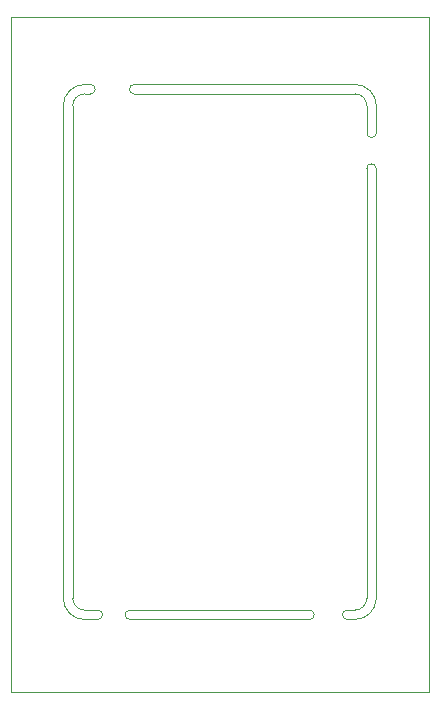
<source format=gm1>
G04 #@! TF.FileFunction,Profile,NP*
%FSLAX46Y46*%
G04 Gerber Fmt 4.6, Leading zero omitted, Abs format (unit mm)*
G04 Created by KiCad (PCBNEW 4.0.4-stable) date 11/10/16 15:29:45*
%MOMM*%
%LPD*%
G01*
G04 APERTURE LIST*
%ADD10C,0.100000*%
G04 APERTURE END LIST*
D10*
X152360000Y-137400000D02*
X137160000Y-137400000D01*
X152360000Y-136600000D02*
X137160000Y-136600000D01*
X152360000Y-137400000D02*
G75*
G03X152360000Y-136600000I0J400000D01*
G01*
X137160000Y-136600000D02*
G75*
G03X137160000Y-137400000I0J-400000D01*
G01*
X127100000Y-143500000D02*
X127100000Y-86390000D01*
X162500000Y-143500000D02*
X127100000Y-143500000D01*
X162500000Y-86390000D02*
X162500000Y-143500000D01*
X127100000Y-86390000D02*
X162500000Y-86390000D01*
X158020000Y-93900000D02*
X158020000Y-96200000D01*
X157220000Y-96200000D02*
X157220000Y-93900000D01*
X133320000Y-92900000D02*
X133820000Y-92900000D01*
X133820000Y-92100000D02*
X133320000Y-92100000D01*
X137520000Y-92100000D02*
G75*
G03X137520000Y-92900000I0J-400000D01*
G01*
X133820000Y-92900000D02*
G75*
G03X133820000Y-92100000I0J400000D01*
G01*
X158010000Y-99210000D02*
G75*
G03X157210000Y-99210000I-400000J0D01*
G01*
X157220000Y-96200000D02*
G75*
G03X158020000Y-96200000I400000J0D01*
G01*
X134440000Y-137400000D02*
X133320000Y-137400000D01*
X133330000Y-136600000D02*
X134440000Y-136600000D01*
X156220000Y-136600000D02*
X155560000Y-136600000D01*
X156220000Y-137400000D02*
X155560000Y-137400000D01*
X155560000Y-136600000D02*
G75*
G03X155560000Y-137400000I0J-400000D01*
G01*
X134440000Y-137400000D02*
G75*
G03X134440000Y-136600000I0J400000D01*
G01*
X156220000Y-137400000D02*
G75*
G03X158020000Y-135600000I0J1800000D01*
G01*
X158020000Y-93900000D02*
G75*
G03X156220000Y-92100000I-1800000J0D01*
G01*
X133320000Y-92100000D02*
G75*
G03X131520000Y-93900000I0J-1800000D01*
G01*
X131520000Y-135600000D02*
G75*
G03X133320000Y-137400000I1800000J0D01*
G01*
X156220000Y-92100000D02*
X137520000Y-92100000D01*
X158010000Y-99210000D02*
X158020000Y-135600000D01*
X131520000Y-93900000D02*
X131520000Y-135600000D01*
X132320000Y-135600000D02*
G75*
G03X133320000Y-136600000I1000000J0D01*
G01*
X156220000Y-136600000D02*
G75*
G03X157220000Y-135600000I0J1000000D01*
G01*
X157220000Y-93900000D02*
G75*
G03X156220000Y-92900000I-1000000J0D01*
G01*
X133320000Y-92900000D02*
G75*
G03X132320000Y-93900000I0J-1000000D01*
G01*
X157220000Y-135600000D02*
X157210000Y-99210000D01*
X132320000Y-93900000D02*
X132320000Y-135600000D01*
X156220000Y-92900000D02*
X137520000Y-92900000D01*
M02*

</source>
